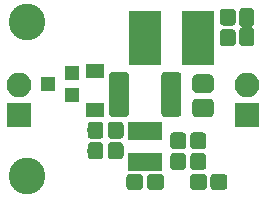
<source format=gts>
G04 #@! TF.GenerationSoftware,KiCad,Pcbnew,(5.1.2)-1*
G04 #@! TF.CreationDate,2019-05-27T15:40:10+12:00*
G04 #@! TF.ProjectId,TinyBEC,54696e79-4245-4432-9e6b-696361645f70,rev?*
G04 #@! TF.SameCoordinates,Original*
G04 #@! TF.FileFunction,Soldermask,Top*
G04 #@! TF.FilePolarity,Negative*
%FSLAX46Y46*%
G04 Gerber Fmt 4.6, Leading zero omitted, Abs format (unit mm)*
G04 Created by KiCad (PCBNEW (5.1.2)-1) date 2019-05-27 15:40:10*
%MOMM*%
%LPD*%
G04 APERTURE LIST*
%ADD10C,3.100000*%
%ADD11C,0.100000*%
%ADD12C,1.350000*%
%ADD13C,1.700000*%
%ADD14R,1.600000X1.300000*%
%ADD15C,1.250000*%
%ADD16R,2.100000X2.100000*%
%ADD17O,2.100000X2.100000*%
%ADD18R,2.800000X4.600000*%
%ADD19R,1.300000X1.200000*%
%ADD20R,1.050000X1.620000*%
%ADD21C,1.550000*%
G04 APERTURE END LIST*
D10*
X113500000Y-110500000D03*
X113500000Y-97500000D03*
D11*
G36*
X126670581Y-106801625D02*
G01*
X126703343Y-106806485D01*
X126735471Y-106814533D01*
X126766656Y-106825691D01*
X126796596Y-106839852D01*
X126825005Y-106856879D01*
X126851608Y-106876609D01*
X126876149Y-106898851D01*
X126898391Y-106923392D01*
X126918121Y-106949995D01*
X126935148Y-106978404D01*
X126949309Y-107008344D01*
X126960467Y-107039529D01*
X126968515Y-107071657D01*
X126973375Y-107104419D01*
X126975000Y-107137500D01*
X126975000Y-107912500D01*
X126973375Y-107945581D01*
X126968515Y-107978343D01*
X126960467Y-108010471D01*
X126949309Y-108041656D01*
X126935148Y-108071596D01*
X126918121Y-108100005D01*
X126898391Y-108126608D01*
X126876149Y-108151149D01*
X126851608Y-108173391D01*
X126825005Y-108193121D01*
X126796596Y-108210148D01*
X126766656Y-108224309D01*
X126735471Y-108235467D01*
X126703343Y-108243515D01*
X126670581Y-108248375D01*
X126637500Y-108250000D01*
X125962500Y-108250000D01*
X125929419Y-108248375D01*
X125896657Y-108243515D01*
X125864529Y-108235467D01*
X125833344Y-108224309D01*
X125803404Y-108210148D01*
X125774995Y-108193121D01*
X125748392Y-108173391D01*
X125723851Y-108151149D01*
X125701609Y-108126608D01*
X125681879Y-108100005D01*
X125664852Y-108071596D01*
X125650691Y-108041656D01*
X125639533Y-108010471D01*
X125631485Y-107978343D01*
X125626625Y-107945581D01*
X125625000Y-107912500D01*
X125625000Y-107137500D01*
X125626625Y-107104419D01*
X125631485Y-107071657D01*
X125639533Y-107039529D01*
X125650691Y-107008344D01*
X125664852Y-106978404D01*
X125681879Y-106949995D01*
X125701609Y-106923392D01*
X125723851Y-106898851D01*
X125748392Y-106876609D01*
X125774995Y-106856879D01*
X125803404Y-106839852D01*
X125833344Y-106825691D01*
X125864529Y-106814533D01*
X125896657Y-106806485D01*
X125929419Y-106801625D01*
X125962500Y-106800000D01*
X126637500Y-106800000D01*
X126670581Y-106801625D01*
X126670581Y-106801625D01*
G37*
D12*
X126300000Y-107525000D03*
D11*
G36*
X126670581Y-108551625D02*
G01*
X126703343Y-108556485D01*
X126735471Y-108564533D01*
X126766656Y-108575691D01*
X126796596Y-108589852D01*
X126825005Y-108606879D01*
X126851608Y-108626609D01*
X126876149Y-108648851D01*
X126898391Y-108673392D01*
X126918121Y-108699995D01*
X126935148Y-108728404D01*
X126949309Y-108758344D01*
X126960467Y-108789529D01*
X126968515Y-108821657D01*
X126973375Y-108854419D01*
X126975000Y-108887500D01*
X126975000Y-109662500D01*
X126973375Y-109695581D01*
X126968515Y-109728343D01*
X126960467Y-109760471D01*
X126949309Y-109791656D01*
X126935148Y-109821596D01*
X126918121Y-109850005D01*
X126898391Y-109876608D01*
X126876149Y-109901149D01*
X126851608Y-109923391D01*
X126825005Y-109943121D01*
X126796596Y-109960148D01*
X126766656Y-109974309D01*
X126735471Y-109985467D01*
X126703343Y-109993515D01*
X126670581Y-109998375D01*
X126637500Y-110000000D01*
X125962500Y-110000000D01*
X125929419Y-109998375D01*
X125896657Y-109993515D01*
X125864529Y-109985467D01*
X125833344Y-109974309D01*
X125803404Y-109960148D01*
X125774995Y-109943121D01*
X125748392Y-109923391D01*
X125723851Y-109901149D01*
X125701609Y-109876608D01*
X125681879Y-109850005D01*
X125664852Y-109821596D01*
X125650691Y-109791656D01*
X125639533Y-109760471D01*
X125631485Y-109728343D01*
X125626625Y-109695581D01*
X125625000Y-109662500D01*
X125625000Y-108887500D01*
X125626625Y-108854419D01*
X125631485Y-108821657D01*
X125639533Y-108789529D01*
X125650691Y-108758344D01*
X125664852Y-108728404D01*
X125681879Y-108699995D01*
X125701609Y-108673392D01*
X125723851Y-108648851D01*
X125748392Y-108626609D01*
X125774995Y-108606879D01*
X125803404Y-108589852D01*
X125833344Y-108575691D01*
X125864529Y-108564533D01*
X125896657Y-108556485D01*
X125929419Y-108551625D01*
X125962500Y-108550000D01*
X126637500Y-108550000D01*
X126670581Y-108551625D01*
X126670581Y-108551625D01*
G37*
D12*
X126300000Y-109275000D03*
D11*
G36*
X121830121Y-101701574D02*
G01*
X121861857Y-101706282D01*
X121892978Y-101714077D01*
X121923185Y-101724886D01*
X121952187Y-101738603D01*
X121979706Y-101755096D01*
X122005475Y-101774208D01*
X122029246Y-101795754D01*
X122050792Y-101819525D01*
X122069904Y-101845294D01*
X122086397Y-101872813D01*
X122100114Y-101901815D01*
X122110923Y-101932022D01*
X122118718Y-101963143D01*
X122123426Y-101994879D01*
X122125000Y-102026923D01*
X122125000Y-105173077D01*
X122123426Y-105205121D01*
X122118718Y-105236857D01*
X122110923Y-105267978D01*
X122100114Y-105298185D01*
X122086397Y-105327187D01*
X122069904Y-105354706D01*
X122050792Y-105380475D01*
X122029246Y-105404246D01*
X122005475Y-105425792D01*
X121979706Y-105444904D01*
X121952187Y-105461397D01*
X121923185Y-105475114D01*
X121892978Y-105485923D01*
X121861857Y-105493718D01*
X121830121Y-105498426D01*
X121798077Y-105500000D01*
X120751923Y-105500000D01*
X120719879Y-105498426D01*
X120688143Y-105493718D01*
X120657022Y-105485923D01*
X120626815Y-105475114D01*
X120597813Y-105461397D01*
X120570294Y-105444904D01*
X120544525Y-105425792D01*
X120520754Y-105404246D01*
X120499208Y-105380475D01*
X120480096Y-105354706D01*
X120463603Y-105327187D01*
X120449886Y-105298185D01*
X120439077Y-105267978D01*
X120431282Y-105236857D01*
X120426574Y-105205121D01*
X120425000Y-105173077D01*
X120425000Y-102026923D01*
X120426574Y-101994879D01*
X120431282Y-101963143D01*
X120439077Y-101932022D01*
X120449886Y-101901815D01*
X120463603Y-101872813D01*
X120480096Y-101845294D01*
X120499208Y-101819525D01*
X120520754Y-101795754D01*
X120544525Y-101774208D01*
X120570294Y-101755096D01*
X120597813Y-101738603D01*
X120626815Y-101724886D01*
X120657022Y-101714077D01*
X120688143Y-101706282D01*
X120719879Y-101701574D01*
X120751923Y-101700000D01*
X121798077Y-101700000D01*
X121830121Y-101701574D01*
X121830121Y-101701574D01*
G37*
D13*
X121275000Y-103600000D03*
D11*
G36*
X126280121Y-101701574D02*
G01*
X126311857Y-101706282D01*
X126342978Y-101714077D01*
X126373185Y-101724886D01*
X126402187Y-101738603D01*
X126429706Y-101755096D01*
X126455475Y-101774208D01*
X126479246Y-101795754D01*
X126500792Y-101819525D01*
X126519904Y-101845294D01*
X126536397Y-101872813D01*
X126550114Y-101901815D01*
X126560923Y-101932022D01*
X126568718Y-101963143D01*
X126573426Y-101994879D01*
X126575000Y-102026923D01*
X126575000Y-105173077D01*
X126573426Y-105205121D01*
X126568718Y-105236857D01*
X126560923Y-105267978D01*
X126550114Y-105298185D01*
X126536397Y-105327187D01*
X126519904Y-105354706D01*
X126500792Y-105380475D01*
X126479246Y-105404246D01*
X126455475Y-105425792D01*
X126429706Y-105444904D01*
X126402187Y-105461397D01*
X126373185Y-105475114D01*
X126342978Y-105485923D01*
X126311857Y-105493718D01*
X126280121Y-105498426D01*
X126248077Y-105500000D01*
X125201923Y-105500000D01*
X125169879Y-105498426D01*
X125138143Y-105493718D01*
X125107022Y-105485923D01*
X125076815Y-105475114D01*
X125047813Y-105461397D01*
X125020294Y-105444904D01*
X124994525Y-105425792D01*
X124970754Y-105404246D01*
X124949208Y-105380475D01*
X124930096Y-105354706D01*
X124913603Y-105327187D01*
X124899886Y-105298185D01*
X124889077Y-105267978D01*
X124881282Y-105236857D01*
X124876574Y-105205121D01*
X124875000Y-105173077D01*
X124875000Y-102026923D01*
X124876574Y-101994879D01*
X124881282Y-101963143D01*
X124889077Y-101932022D01*
X124899886Y-101901815D01*
X124913603Y-101872813D01*
X124930096Y-101845294D01*
X124949208Y-101819525D01*
X124970754Y-101795754D01*
X124994525Y-101774208D01*
X125020294Y-101755096D01*
X125047813Y-101738603D01*
X125076815Y-101724886D01*
X125107022Y-101714077D01*
X125138143Y-101706282D01*
X125169879Y-101701574D01*
X125201923Y-101700000D01*
X126248077Y-101700000D01*
X126280121Y-101701574D01*
X126280121Y-101701574D01*
G37*
D13*
X125725000Y-103600000D03*
D14*
X119300000Y-101650000D03*
X119300000Y-104950000D03*
D11*
G36*
X132443130Y-97901505D02*
G01*
X132473466Y-97906005D01*
X132503214Y-97913456D01*
X132532089Y-97923788D01*
X132559811Y-97936900D01*
X132586116Y-97952666D01*
X132610748Y-97970934D01*
X132633471Y-97991529D01*
X132654066Y-98014252D01*
X132672334Y-98038884D01*
X132688100Y-98065189D01*
X132701212Y-98092911D01*
X132711544Y-98121786D01*
X132718995Y-98151534D01*
X132723495Y-98181870D01*
X132725000Y-98212500D01*
X132725000Y-99212500D01*
X132723495Y-99243130D01*
X132718995Y-99273466D01*
X132711544Y-99303214D01*
X132701212Y-99332089D01*
X132688100Y-99359811D01*
X132672334Y-99386116D01*
X132654066Y-99410748D01*
X132633471Y-99433471D01*
X132610748Y-99454066D01*
X132586116Y-99472334D01*
X132559811Y-99488100D01*
X132532089Y-99501212D01*
X132503214Y-99511544D01*
X132473466Y-99518995D01*
X132443130Y-99523495D01*
X132412500Y-99525000D01*
X131787500Y-99525000D01*
X131756870Y-99523495D01*
X131726534Y-99518995D01*
X131696786Y-99511544D01*
X131667911Y-99501212D01*
X131640189Y-99488100D01*
X131613884Y-99472334D01*
X131589252Y-99454066D01*
X131566529Y-99433471D01*
X131545934Y-99410748D01*
X131527666Y-99386116D01*
X131511900Y-99359811D01*
X131498788Y-99332089D01*
X131488456Y-99303214D01*
X131481005Y-99273466D01*
X131476505Y-99243130D01*
X131475000Y-99212500D01*
X131475000Y-98212500D01*
X131476505Y-98181870D01*
X131481005Y-98151534D01*
X131488456Y-98121786D01*
X131498788Y-98092911D01*
X131511900Y-98065189D01*
X131527666Y-98038884D01*
X131545934Y-98014252D01*
X131566529Y-97991529D01*
X131589252Y-97970934D01*
X131613884Y-97952666D01*
X131640189Y-97936900D01*
X131667911Y-97923788D01*
X131696786Y-97913456D01*
X131726534Y-97906005D01*
X131756870Y-97901505D01*
X131787500Y-97900000D01*
X132412500Y-97900000D01*
X132443130Y-97901505D01*
X132443130Y-97901505D01*
G37*
D15*
X132100000Y-98712500D03*
D11*
G36*
X132443130Y-96276505D02*
G01*
X132473466Y-96281005D01*
X132503214Y-96288456D01*
X132532089Y-96298788D01*
X132559811Y-96311900D01*
X132586116Y-96327666D01*
X132610748Y-96345934D01*
X132633471Y-96366529D01*
X132654066Y-96389252D01*
X132672334Y-96413884D01*
X132688100Y-96440189D01*
X132701212Y-96467911D01*
X132711544Y-96496786D01*
X132718995Y-96526534D01*
X132723495Y-96556870D01*
X132725000Y-96587500D01*
X132725000Y-97587500D01*
X132723495Y-97618130D01*
X132718995Y-97648466D01*
X132711544Y-97678214D01*
X132701212Y-97707089D01*
X132688100Y-97734811D01*
X132672334Y-97761116D01*
X132654066Y-97785748D01*
X132633471Y-97808471D01*
X132610748Y-97829066D01*
X132586116Y-97847334D01*
X132559811Y-97863100D01*
X132532089Y-97876212D01*
X132503214Y-97886544D01*
X132473466Y-97893995D01*
X132443130Y-97898495D01*
X132412500Y-97900000D01*
X131787500Y-97900000D01*
X131756870Y-97898495D01*
X131726534Y-97893995D01*
X131696786Y-97886544D01*
X131667911Y-97876212D01*
X131640189Y-97863100D01*
X131613884Y-97847334D01*
X131589252Y-97829066D01*
X131566529Y-97808471D01*
X131545934Y-97785748D01*
X131527666Y-97761116D01*
X131511900Y-97734811D01*
X131498788Y-97707089D01*
X131488456Y-97678214D01*
X131481005Y-97648466D01*
X131476505Y-97618130D01*
X131475000Y-97587500D01*
X131475000Y-96587500D01*
X131476505Y-96556870D01*
X131481005Y-96526534D01*
X131488456Y-96496786D01*
X131498788Y-96467911D01*
X131511900Y-96440189D01*
X131527666Y-96413884D01*
X131545934Y-96389252D01*
X131566529Y-96366529D01*
X131589252Y-96345934D01*
X131613884Y-96327666D01*
X131640189Y-96311900D01*
X131667911Y-96298788D01*
X131696786Y-96288456D01*
X131726534Y-96281005D01*
X131756870Y-96276505D01*
X131787500Y-96275000D01*
X132412500Y-96275000D01*
X132443130Y-96276505D01*
X132443130Y-96276505D01*
G37*
D15*
X132100000Y-97087500D03*
D16*
X112800000Y-105300000D03*
D17*
X112800000Y-102760000D03*
X132100000Y-102760000D03*
D16*
X132100000Y-105300000D03*
D18*
X123450000Y-98800000D03*
X127950000Y-98800000D03*
D19*
X117300000Y-103650000D03*
X117300000Y-101750000D03*
X115300000Y-102700000D03*
D11*
G36*
X121370581Y-105901625D02*
G01*
X121403343Y-105906485D01*
X121435471Y-105914533D01*
X121466656Y-105925691D01*
X121496596Y-105939852D01*
X121525005Y-105956879D01*
X121551608Y-105976609D01*
X121576149Y-105998851D01*
X121598391Y-106023392D01*
X121618121Y-106049995D01*
X121635148Y-106078404D01*
X121649309Y-106108344D01*
X121660467Y-106139529D01*
X121668515Y-106171657D01*
X121673375Y-106204419D01*
X121675000Y-106237500D01*
X121675000Y-107012500D01*
X121673375Y-107045581D01*
X121668515Y-107078343D01*
X121660467Y-107110471D01*
X121649309Y-107141656D01*
X121635148Y-107171596D01*
X121618121Y-107200005D01*
X121598391Y-107226608D01*
X121576149Y-107251149D01*
X121551608Y-107273391D01*
X121525005Y-107293121D01*
X121496596Y-107310148D01*
X121466656Y-107324309D01*
X121435471Y-107335467D01*
X121403343Y-107343515D01*
X121370581Y-107348375D01*
X121337500Y-107350000D01*
X120662500Y-107350000D01*
X120629419Y-107348375D01*
X120596657Y-107343515D01*
X120564529Y-107335467D01*
X120533344Y-107324309D01*
X120503404Y-107310148D01*
X120474995Y-107293121D01*
X120448392Y-107273391D01*
X120423851Y-107251149D01*
X120401609Y-107226608D01*
X120381879Y-107200005D01*
X120364852Y-107171596D01*
X120350691Y-107141656D01*
X120339533Y-107110471D01*
X120331485Y-107078343D01*
X120326625Y-107045581D01*
X120325000Y-107012500D01*
X120325000Y-106237500D01*
X120326625Y-106204419D01*
X120331485Y-106171657D01*
X120339533Y-106139529D01*
X120350691Y-106108344D01*
X120364852Y-106078404D01*
X120381879Y-106049995D01*
X120401609Y-106023392D01*
X120423851Y-105998851D01*
X120448392Y-105976609D01*
X120474995Y-105956879D01*
X120503404Y-105939852D01*
X120533344Y-105925691D01*
X120564529Y-105914533D01*
X120596657Y-105906485D01*
X120629419Y-105901625D01*
X120662500Y-105900000D01*
X121337500Y-105900000D01*
X121370581Y-105901625D01*
X121370581Y-105901625D01*
G37*
D12*
X121000000Y-106625000D03*
D11*
G36*
X121370581Y-107651625D02*
G01*
X121403343Y-107656485D01*
X121435471Y-107664533D01*
X121466656Y-107675691D01*
X121496596Y-107689852D01*
X121525005Y-107706879D01*
X121551608Y-107726609D01*
X121576149Y-107748851D01*
X121598391Y-107773392D01*
X121618121Y-107799995D01*
X121635148Y-107828404D01*
X121649309Y-107858344D01*
X121660467Y-107889529D01*
X121668515Y-107921657D01*
X121673375Y-107954419D01*
X121675000Y-107987500D01*
X121675000Y-108762500D01*
X121673375Y-108795581D01*
X121668515Y-108828343D01*
X121660467Y-108860471D01*
X121649309Y-108891656D01*
X121635148Y-108921596D01*
X121618121Y-108950005D01*
X121598391Y-108976608D01*
X121576149Y-109001149D01*
X121551608Y-109023391D01*
X121525005Y-109043121D01*
X121496596Y-109060148D01*
X121466656Y-109074309D01*
X121435471Y-109085467D01*
X121403343Y-109093515D01*
X121370581Y-109098375D01*
X121337500Y-109100000D01*
X120662500Y-109100000D01*
X120629419Y-109098375D01*
X120596657Y-109093515D01*
X120564529Y-109085467D01*
X120533344Y-109074309D01*
X120503404Y-109060148D01*
X120474995Y-109043121D01*
X120448392Y-109023391D01*
X120423851Y-109001149D01*
X120401609Y-108976608D01*
X120381879Y-108950005D01*
X120364852Y-108921596D01*
X120350691Y-108891656D01*
X120339533Y-108860471D01*
X120331485Y-108828343D01*
X120326625Y-108795581D01*
X120325000Y-108762500D01*
X120325000Y-107987500D01*
X120326625Y-107954419D01*
X120331485Y-107921657D01*
X120339533Y-107889529D01*
X120350691Y-107858344D01*
X120364852Y-107828404D01*
X120381879Y-107799995D01*
X120401609Y-107773392D01*
X120423851Y-107748851D01*
X120448392Y-107726609D01*
X120474995Y-107706879D01*
X120503404Y-107689852D01*
X120533344Y-107675691D01*
X120564529Y-107664533D01*
X120596657Y-107656485D01*
X120629419Y-107651625D01*
X120662500Y-107650000D01*
X121337500Y-107650000D01*
X121370581Y-107651625D01*
X121370581Y-107651625D01*
G37*
D12*
X121000000Y-108375000D03*
D11*
G36*
X123045581Y-110326625D02*
G01*
X123078343Y-110331485D01*
X123110471Y-110339533D01*
X123141656Y-110350691D01*
X123171596Y-110364852D01*
X123200005Y-110381879D01*
X123226608Y-110401609D01*
X123251149Y-110423851D01*
X123273391Y-110448392D01*
X123293121Y-110474995D01*
X123310148Y-110503404D01*
X123324309Y-110533344D01*
X123335467Y-110564529D01*
X123343515Y-110596657D01*
X123348375Y-110629419D01*
X123350000Y-110662500D01*
X123350000Y-111337500D01*
X123348375Y-111370581D01*
X123343515Y-111403343D01*
X123335467Y-111435471D01*
X123324309Y-111466656D01*
X123310148Y-111496596D01*
X123293121Y-111525005D01*
X123273391Y-111551608D01*
X123251149Y-111576149D01*
X123226608Y-111598391D01*
X123200005Y-111618121D01*
X123171596Y-111635148D01*
X123141656Y-111649309D01*
X123110471Y-111660467D01*
X123078343Y-111668515D01*
X123045581Y-111673375D01*
X123012500Y-111675000D01*
X122237500Y-111675000D01*
X122204419Y-111673375D01*
X122171657Y-111668515D01*
X122139529Y-111660467D01*
X122108344Y-111649309D01*
X122078404Y-111635148D01*
X122049995Y-111618121D01*
X122023392Y-111598391D01*
X121998851Y-111576149D01*
X121976609Y-111551608D01*
X121956879Y-111525005D01*
X121939852Y-111496596D01*
X121925691Y-111466656D01*
X121914533Y-111435471D01*
X121906485Y-111403343D01*
X121901625Y-111370581D01*
X121900000Y-111337500D01*
X121900000Y-110662500D01*
X121901625Y-110629419D01*
X121906485Y-110596657D01*
X121914533Y-110564529D01*
X121925691Y-110533344D01*
X121939852Y-110503404D01*
X121956879Y-110474995D01*
X121976609Y-110448392D01*
X121998851Y-110423851D01*
X122023392Y-110401609D01*
X122049995Y-110381879D01*
X122078404Y-110364852D01*
X122108344Y-110350691D01*
X122139529Y-110339533D01*
X122171657Y-110331485D01*
X122204419Y-110326625D01*
X122237500Y-110325000D01*
X123012500Y-110325000D01*
X123045581Y-110326625D01*
X123045581Y-110326625D01*
G37*
D12*
X122625000Y-111000000D03*
D11*
G36*
X124795581Y-110326625D02*
G01*
X124828343Y-110331485D01*
X124860471Y-110339533D01*
X124891656Y-110350691D01*
X124921596Y-110364852D01*
X124950005Y-110381879D01*
X124976608Y-110401609D01*
X125001149Y-110423851D01*
X125023391Y-110448392D01*
X125043121Y-110474995D01*
X125060148Y-110503404D01*
X125074309Y-110533344D01*
X125085467Y-110564529D01*
X125093515Y-110596657D01*
X125098375Y-110629419D01*
X125100000Y-110662500D01*
X125100000Y-111337500D01*
X125098375Y-111370581D01*
X125093515Y-111403343D01*
X125085467Y-111435471D01*
X125074309Y-111466656D01*
X125060148Y-111496596D01*
X125043121Y-111525005D01*
X125023391Y-111551608D01*
X125001149Y-111576149D01*
X124976608Y-111598391D01*
X124950005Y-111618121D01*
X124921596Y-111635148D01*
X124891656Y-111649309D01*
X124860471Y-111660467D01*
X124828343Y-111668515D01*
X124795581Y-111673375D01*
X124762500Y-111675000D01*
X123987500Y-111675000D01*
X123954419Y-111673375D01*
X123921657Y-111668515D01*
X123889529Y-111660467D01*
X123858344Y-111649309D01*
X123828404Y-111635148D01*
X123799995Y-111618121D01*
X123773392Y-111598391D01*
X123748851Y-111576149D01*
X123726609Y-111551608D01*
X123706879Y-111525005D01*
X123689852Y-111496596D01*
X123675691Y-111466656D01*
X123664533Y-111435471D01*
X123656485Y-111403343D01*
X123651625Y-111370581D01*
X123650000Y-111337500D01*
X123650000Y-110662500D01*
X123651625Y-110629419D01*
X123656485Y-110596657D01*
X123664533Y-110564529D01*
X123675691Y-110533344D01*
X123689852Y-110503404D01*
X123706879Y-110474995D01*
X123726609Y-110448392D01*
X123748851Y-110423851D01*
X123773392Y-110401609D01*
X123799995Y-110381879D01*
X123828404Y-110364852D01*
X123858344Y-110350691D01*
X123889529Y-110339533D01*
X123921657Y-110331485D01*
X123954419Y-110326625D01*
X123987500Y-110325000D01*
X124762500Y-110325000D01*
X124795581Y-110326625D01*
X124795581Y-110326625D01*
G37*
D12*
X124375000Y-111000000D03*
D11*
G36*
X128370581Y-106801625D02*
G01*
X128403343Y-106806485D01*
X128435471Y-106814533D01*
X128466656Y-106825691D01*
X128496596Y-106839852D01*
X128525005Y-106856879D01*
X128551608Y-106876609D01*
X128576149Y-106898851D01*
X128598391Y-106923392D01*
X128618121Y-106949995D01*
X128635148Y-106978404D01*
X128649309Y-107008344D01*
X128660467Y-107039529D01*
X128668515Y-107071657D01*
X128673375Y-107104419D01*
X128675000Y-107137500D01*
X128675000Y-107912500D01*
X128673375Y-107945581D01*
X128668515Y-107978343D01*
X128660467Y-108010471D01*
X128649309Y-108041656D01*
X128635148Y-108071596D01*
X128618121Y-108100005D01*
X128598391Y-108126608D01*
X128576149Y-108151149D01*
X128551608Y-108173391D01*
X128525005Y-108193121D01*
X128496596Y-108210148D01*
X128466656Y-108224309D01*
X128435471Y-108235467D01*
X128403343Y-108243515D01*
X128370581Y-108248375D01*
X128337500Y-108250000D01*
X127662500Y-108250000D01*
X127629419Y-108248375D01*
X127596657Y-108243515D01*
X127564529Y-108235467D01*
X127533344Y-108224309D01*
X127503404Y-108210148D01*
X127474995Y-108193121D01*
X127448392Y-108173391D01*
X127423851Y-108151149D01*
X127401609Y-108126608D01*
X127381879Y-108100005D01*
X127364852Y-108071596D01*
X127350691Y-108041656D01*
X127339533Y-108010471D01*
X127331485Y-107978343D01*
X127326625Y-107945581D01*
X127325000Y-107912500D01*
X127325000Y-107137500D01*
X127326625Y-107104419D01*
X127331485Y-107071657D01*
X127339533Y-107039529D01*
X127350691Y-107008344D01*
X127364852Y-106978404D01*
X127381879Y-106949995D01*
X127401609Y-106923392D01*
X127423851Y-106898851D01*
X127448392Y-106876609D01*
X127474995Y-106856879D01*
X127503404Y-106839852D01*
X127533344Y-106825691D01*
X127564529Y-106814533D01*
X127596657Y-106806485D01*
X127629419Y-106801625D01*
X127662500Y-106800000D01*
X128337500Y-106800000D01*
X128370581Y-106801625D01*
X128370581Y-106801625D01*
G37*
D12*
X128000000Y-107525000D03*
D11*
G36*
X128370581Y-108551625D02*
G01*
X128403343Y-108556485D01*
X128435471Y-108564533D01*
X128466656Y-108575691D01*
X128496596Y-108589852D01*
X128525005Y-108606879D01*
X128551608Y-108626609D01*
X128576149Y-108648851D01*
X128598391Y-108673392D01*
X128618121Y-108699995D01*
X128635148Y-108728404D01*
X128649309Y-108758344D01*
X128660467Y-108789529D01*
X128668515Y-108821657D01*
X128673375Y-108854419D01*
X128675000Y-108887500D01*
X128675000Y-109662500D01*
X128673375Y-109695581D01*
X128668515Y-109728343D01*
X128660467Y-109760471D01*
X128649309Y-109791656D01*
X128635148Y-109821596D01*
X128618121Y-109850005D01*
X128598391Y-109876608D01*
X128576149Y-109901149D01*
X128551608Y-109923391D01*
X128525005Y-109943121D01*
X128496596Y-109960148D01*
X128466656Y-109974309D01*
X128435471Y-109985467D01*
X128403343Y-109993515D01*
X128370581Y-109998375D01*
X128337500Y-110000000D01*
X127662500Y-110000000D01*
X127629419Y-109998375D01*
X127596657Y-109993515D01*
X127564529Y-109985467D01*
X127533344Y-109974309D01*
X127503404Y-109960148D01*
X127474995Y-109943121D01*
X127448392Y-109923391D01*
X127423851Y-109901149D01*
X127401609Y-109876608D01*
X127381879Y-109850005D01*
X127364852Y-109821596D01*
X127350691Y-109791656D01*
X127339533Y-109760471D01*
X127331485Y-109728343D01*
X127326625Y-109695581D01*
X127325000Y-109662500D01*
X127325000Y-108887500D01*
X127326625Y-108854419D01*
X127331485Y-108821657D01*
X127339533Y-108789529D01*
X127350691Y-108758344D01*
X127364852Y-108728404D01*
X127381879Y-108699995D01*
X127401609Y-108673392D01*
X127423851Y-108648851D01*
X127448392Y-108626609D01*
X127474995Y-108606879D01*
X127503404Y-108589852D01*
X127533344Y-108575691D01*
X127564529Y-108564533D01*
X127596657Y-108556485D01*
X127629419Y-108551625D01*
X127662500Y-108550000D01*
X128337500Y-108550000D01*
X128370581Y-108551625D01*
X128370581Y-108551625D01*
G37*
D12*
X128000000Y-109275000D03*
D11*
G36*
X130870581Y-96326625D02*
G01*
X130903343Y-96331485D01*
X130935471Y-96339533D01*
X130966656Y-96350691D01*
X130996596Y-96364852D01*
X131025005Y-96381879D01*
X131051608Y-96401609D01*
X131076149Y-96423851D01*
X131098391Y-96448392D01*
X131118121Y-96474995D01*
X131135148Y-96503404D01*
X131149309Y-96533344D01*
X131160467Y-96564529D01*
X131168515Y-96596657D01*
X131173375Y-96629419D01*
X131175000Y-96662500D01*
X131175000Y-97437500D01*
X131173375Y-97470581D01*
X131168515Y-97503343D01*
X131160467Y-97535471D01*
X131149309Y-97566656D01*
X131135148Y-97596596D01*
X131118121Y-97625005D01*
X131098391Y-97651608D01*
X131076149Y-97676149D01*
X131051608Y-97698391D01*
X131025005Y-97718121D01*
X130996596Y-97735148D01*
X130966656Y-97749309D01*
X130935471Y-97760467D01*
X130903343Y-97768515D01*
X130870581Y-97773375D01*
X130837500Y-97775000D01*
X130162500Y-97775000D01*
X130129419Y-97773375D01*
X130096657Y-97768515D01*
X130064529Y-97760467D01*
X130033344Y-97749309D01*
X130003404Y-97735148D01*
X129974995Y-97718121D01*
X129948392Y-97698391D01*
X129923851Y-97676149D01*
X129901609Y-97651608D01*
X129881879Y-97625005D01*
X129864852Y-97596596D01*
X129850691Y-97566656D01*
X129839533Y-97535471D01*
X129831485Y-97503343D01*
X129826625Y-97470581D01*
X129825000Y-97437500D01*
X129825000Y-96662500D01*
X129826625Y-96629419D01*
X129831485Y-96596657D01*
X129839533Y-96564529D01*
X129850691Y-96533344D01*
X129864852Y-96503404D01*
X129881879Y-96474995D01*
X129901609Y-96448392D01*
X129923851Y-96423851D01*
X129948392Y-96401609D01*
X129974995Y-96381879D01*
X130003404Y-96364852D01*
X130033344Y-96350691D01*
X130064529Y-96339533D01*
X130096657Y-96331485D01*
X130129419Y-96326625D01*
X130162500Y-96325000D01*
X130837500Y-96325000D01*
X130870581Y-96326625D01*
X130870581Y-96326625D01*
G37*
D12*
X130500000Y-97050000D03*
D11*
G36*
X130870581Y-98076625D02*
G01*
X130903343Y-98081485D01*
X130935471Y-98089533D01*
X130966656Y-98100691D01*
X130996596Y-98114852D01*
X131025005Y-98131879D01*
X131051608Y-98151609D01*
X131076149Y-98173851D01*
X131098391Y-98198392D01*
X131118121Y-98224995D01*
X131135148Y-98253404D01*
X131149309Y-98283344D01*
X131160467Y-98314529D01*
X131168515Y-98346657D01*
X131173375Y-98379419D01*
X131175000Y-98412500D01*
X131175000Y-99187500D01*
X131173375Y-99220581D01*
X131168515Y-99253343D01*
X131160467Y-99285471D01*
X131149309Y-99316656D01*
X131135148Y-99346596D01*
X131118121Y-99375005D01*
X131098391Y-99401608D01*
X131076149Y-99426149D01*
X131051608Y-99448391D01*
X131025005Y-99468121D01*
X130996596Y-99485148D01*
X130966656Y-99499309D01*
X130935471Y-99510467D01*
X130903343Y-99518515D01*
X130870581Y-99523375D01*
X130837500Y-99525000D01*
X130162500Y-99525000D01*
X130129419Y-99523375D01*
X130096657Y-99518515D01*
X130064529Y-99510467D01*
X130033344Y-99499309D01*
X130003404Y-99485148D01*
X129974995Y-99468121D01*
X129948392Y-99448391D01*
X129923851Y-99426149D01*
X129901609Y-99401608D01*
X129881879Y-99375005D01*
X129864852Y-99346596D01*
X129850691Y-99316656D01*
X129839533Y-99285471D01*
X129831485Y-99253343D01*
X129826625Y-99220581D01*
X129825000Y-99187500D01*
X129825000Y-98412500D01*
X129826625Y-98379419D01*
X129831485Y-98346657D01*
X129839533Y-98314529D01*
X129850691Y-98283344D01*
X129864852Y-98253404D01*
X129881879Y-98224995D01*
X129901609Y-98198392D01*
X129923851Y-98173851D01*
X129948392Y-98151609D01*
X129974995Y-98131879D01*
X130003404Y-98114852D01*
X130033344Y-98100691D01*
X130064529Y-98089533D01*
X130096657Y-98081485D01*
X130129419Y-98076625D01*
X130162500Y-98075000D01*
X130837500Y-98075000D01*
X130870581Y-98076625D01*
X130870581Y-98076625D01*
G37*
D12*
X130500000Y-98800000D03*
D11*
G36*
X128420581Y-110326625D02*
G01*
X128453343Y-110331485D01*
X128485471Y-110339533D01*
X128516656Y-110350691D01*
X128546596Y-110364852D01*
X128575005Y-110381879D01*
X128601608Y-110401609D01*
X128626149Y-110423851D01*
X128648391Y-110448392D01*
X128668121Y-110474995D01*
X128685148Y-110503404D01*
X128699309Y-110533344D01*
X128710467Y-110564529D01*
X128718515Y-110596657D01*
X128723375Y-110629419D01*
X128725000Y-110662500D01*
X128725000Y-111337500D01*
X128723375Y-111370581D01*
X128718515Y-111403343D01*
X128710467Y-111435471D01*
X128699309Y-111466656D01*
X128685148Y-111496596D01*
X128668121Y-111525005D01*
X128648391Y-111551608D01*
X128626149Y-111576149D01*
X128601608Y-111598391D01*
X128575005Y-111618121D01*
X128546596Y-111635148D01*
X128516656Y-111649309D01*
X128485471Y-111660467D01*
X128453343Y-111668515D01*
X128420581Y-111673375D01*
X128387500Y-111675000D01*
X127612500Y-111675000D01*
X127579419Y-111673375D01*
X127546657Y-111668515D01*
X127514529Y-111660467D01*
X127483344Y-111649309D01*
X127453404Y-111635148D01*
X127424995Y-111618121D01*
X127398392Y-111598391D01*
X127373851Y-111576149D01*
X127351609Y-111551608D01*
X127331879Y-111525005D01*
X127314852Y-111496596D01*
X127300691Y-111466656D01*
X127289533Y-111435471D01*
X127281485Y-111403343D01*
X127276625Y-111370581D01*
X127275000Y-111337500D01*
X127275000Y-110662500D01*
X127276625Y-110629419D01*
X127281485Y-110596657D01*
X127289533Y-110564529D01*
X127300691Y-110533344D01*
X127314852Y-110503404D01*
X127331879Y-110474995D01*
X127351609Y-110448392D01*
X127373851Y-110423851D01*
X127398392Y-110401609D01*
X127424995Y-110381879D01*
X127453404Y-110364852D01*
X127483344Y-110350691D01*
X127514529Y-110339533D01*
X127546657Y-110331485D01*
X127579419Y-110326625D01*
X127612500Y-110325000D01*
X128387500Y-110325000D01*
X128420581Y-110326625D01*
X128420581Y-110326625D01*
G37*
D12*
X128000000Y-111000000D03*
D11*
G36*
X130170581Y-110326625D02*
G01*
X130203343Y-110331485D01*
X130235471Y-110339533D01*
X130266656Y-110350691D01*
X130296596Y-110364852D01*
X130325005Y-110381879D01*
X130351608Y-110401609D01*
X130376149Y-110423851D01*
X130398391Y-110448392D01*
X130418121Y-110474995D01*
X130435148Y-110503404D01*
X130449309Y-110533344D01*
X130460467Y-110564529D01*
X130468515Y-110596657D01*
X130473375Y-110629419D01*
X130475000Y-110662500D01*
X130475000Y-111337500D01*
X130473375Y-111370581D01*
X130468515Y-111403343D01*
X130460467Y-111435471D01*
X130449309Y-111466656D01*
X130435148Y-111496596D01*
X130418121Y-111525005D01*
X130398391Y-111551608D01*
X130376149Y-111576149D01*
X130351608Y-111598391D01*
X130325005Y-111618121D01*
X130296596Y-111635148D01*
X130266656Y-111649309D01*
X130235471Y-111660467D01*
X130203343Y-111668515D01*
X130170581Y-111673375D01*
X130137500Y-111675000D01*
X129362500Y-111675000D01*
X129329419Y-111673375D01*
X129296657Y-111668515D01*
X129264529Y-111660467D01*
X129233344Y-111649309D01*
X129203404Y-111635148D01*
X129174995Y-111618121D01*
X129148392Y-111598391D01*
X129123851Y-111576149D01*
X129101609Y-111551608D01*
X129081879Y-111525005D01*
X129064852Y-111496596D01*
X129050691Y-111466656D01*
X129039533Y-111435471D01*
X129031485Y-111403343D01*
X129026625Y-111370581D01*
X129025000Y-111337500D01*
X129025000Y-110662500D01*
X129026625Y-110629419D01*
X129031485Y-110596657D01*
X129039533Y-110564529D01*
X129050691Y-110533344D01*
X129064852Y-110503404D01*
X129081879Y-110474995D01*
X129101609Y-110448392D01*
X129123851Y-110423851D01*
X129148392Y-110401609D01*
X129174995Y-110381879D01*
X129203404Y-110364852D01*
X129233344Y-110350691D01*
X129264529Y-110339533D01*
X129296657Y-110331485D01*
X129329419Y-110326625D01*
X129362500Y-110325000D01*
X130137500Y-110325000D01*
X130170581Y-110326625D01*
X130170581Y-110326625D01*
G37*
D12*
X129750000Y-111000000D03*
D11*
G36*
X119670581Y-105901625D02*
G01*
X119703343Y-105906485D01*
X119735471Y-105914533D01*
X119766656Y-105925691D01*
X119796596Y-105939852D01*
X119825005Y-105956879D01*
X119851608Y-105976609D01*
X119876149Y-105998851D01*
X119898391Y-106023392D01*
X119918121Y-106049995D01*
X119935148Y-106078404D01*
X119949309Y-106108344D01*
X119960467Y-106139529D01*
X119968515Y-106171657D01*
X119973375Y-106204419D01*
X119975000Y-106237500D01*
X119975000Y-107012500D01*
X119973375Y-107045581D01*
X119968515Y-107078343D01*
X119960467Y-107110471D01*
X119949309Y-107141656D01*
X119935148Y-107171596D01*
X119918121Y-107200005D01*
X119898391Y-107226608D01*
X119876149Y-107251149D01*
X119851608Y-107273391D01*
X119825005Y-107293121D01*
X119796596Y-107310148D01*
X119766656Y-107324309D01*
X119735471Y-107335467D01*
X119703343Y-107343515D01*
X119670581Y-107348375D01*
X119637500Y-107350000D01*
X118962500Y-107350000D01*
X118929419Y-107348375D01*
X118896657Y-107343515D01*
X118864529Y-107335467D01*
X118833344Y-107324309D01*
X118803404Y-107310148D01*
X118774995Y-107293121D01*
X118748392Y-107273391D01*
X118723851Y-107251149D01*
X118701609Y-107226608D01*
X118681879Y-107200005D01*
X118664852Y-107171596D01*
X118650691Y-107141656D01*
X118639533Y-107110471D01*
X118631485Y-107078343D01*
X118626625Y-107045581D01*
X118625000Y-107012500D01*
X118625000Y-106237500D01*
X118626625Y-106204419D01*
X118631485Y-106171657D01*
X118639533Y-106139529D01*
X118650691Y-106108344D01*
X118664852Y-106078404D01*
X118681879Y-106049995D01*
X118701609Y-106023392D01*
X118723851Y-105998851D01*
X118748392Y-105976609D01*
X118774995Y-105956879D01*
X118803404Y-105939852D01*
X118833344Y-105925691D01*
X118864529Y-105914533D01*
X118896657Y-105906485D01*
X118929419Y-105901625D01*
X118962500Y-105900000D01*
X119637500Y-105900000D01*
X119670581Y-105901625D01*
X119670581Y-105901625D01*
G37*
D12*
X119300000Y-106625000D03*
D11*
G36*
X119670581Y-107651625D02*
G01*
X119703343Y-107656485D01*
X119735471Y-107664533D01*
X119766656Y-107675691D01*
X119796596Y-107689852D01*
X119825005Y-107706879D01*
X119851608Y-107726609D01*
X119876149Y-107748851D01*
X119898391Y-107773392D01*
X119918121Y-107799995D01*
X119935148Y-107828404D01*
X119949309Y-107858344D01*
X119960467Y-107889529D01*
X119968515Y-107921657D01*
X119973375Y-107954419D01*
X119975000Y-107987500D01*
X119975000Y-108762500D01*
X119973375Y-108795581D01*
X119968515Y-108828343D01*
X119960467Y-108860471D01*
X119949309Y-108891656D01*
X119935148Y-108921596D01*
X119918121Y-108950005D01*
X119898391Y-108976608D01*
X119876149Y-109001149D01*
X119851608Y-109023391D01*
X119825005Y-109043121D01*
X119796596Y-109060148D01*
X119766656Y-109074309D01*
X119735471Y-109085467D01*
X119703343Y-109093515D01*
X119670581Y-109098375D01*
X119637500Y-109100000D01*
X118962500Y-109100000D01*
X118929419Y-109098375D01*
X118896657Y-109093515D01*
X118864529Y-109085467D01*
X118833344Y-109074309D01*
X118803404Y-109060148D01*
X118774995Y-109043121D01*
X118748392Y-109023391D01*
X118723851Y-109001149D01*
X118701609Y-108976608D01*
X118681879Y-108950005D01*
X118664852Y-108921596D01*
X118650691Y-108891656D01*
X118639533Y-108860471D01*
X118631485Y-108828343D01*
X118626625Y-108795581D01*
X118625000Y-108762500D01*
X118625000Y-107987500D01*
X118626625Y-107954419D01*
X118631485Y-107921657D01*
X118639533Y-107889529D01*
X118650691Y-107858344D01*
X118664852Y-107828404D01*
X118681879Y-107799995D01*
X118701609Y-107773392D01*
X118723851Y-107748851D01*
X118748392Y-107726609D01*
X118774995Y-107706879D01*
X118803404Y-107689852D01*
X118833344Y-107675691D01*
X118864529Y-107664533D01*
X118896657Y-107656485D01*
X118929419Y-107651625D01*
X118962500Y-107650000D01*
X119637500Y-107650000D01*
X119670581Y-107651625D01*
X119670581Y-107651625D01*
G37*
D12*
X119300000Y-108375000D03*
D20*
X124450000Y-106690000D03*
X123500000Y-106690000D03*
X122550000Y-106690000D03*
X122550000Y-109310000D03*
X123500000Y-109310000D03*
X124450000Y-109310000D03*
D11*
G36*
X128996071Y-101901623D02*
G01*
X129028781Y-101906475D01*
X129060857Y-101914509D01*
X129091991Y-101925649D01*
X129121884Y-101939787D01*
X129150247Y-101956787D01*
X129176807Y-101976485D01*
X129201308Y-101998692D01*
X129223515Y-102023193D01*
X129243213Y-102049753D01*
X129260213Y-102078116D01*
X129274351Y-102108009D01*
X129285491Y-102139143D01*
X129293525Y-102171219D01*
X129298377Y-102203929D01*
X129300000Y-102236956D01*
X129300000Y-103113044D01*
X129298377Y-103146071D01*
X129293525Y-103178781D01*
X129285491Y-103210857D01*
X129274351Y-103241991D01*
X129260213Y-103271884D01*
X129243213Y-103300247D01*
X129223515Y-103326807D01*
X129201308Y-103351308D01*
X129176807Y-103373515D01*
X129150247Y-103393213D01*
X129121884Y-103410213D01*
X129091991Y-103424351D01*
X129060857Y-103435491D01*
X129028781Y-103443525D01*
X128996071Y-103448377D01*
X128963044Y-103450000D01*
X127836956Y-103450000D01*
X127803929Y-103448377D01*
X127771219Y-103443525D01*
X127739143Y-103435491D01*
X127708009Y-103424351D01*
X127678116Y-103410213D01*
X127649753Y-103393213D01*
X127623193Y-103373515D01*
X127598692Y-103351308D01*
X127576485Y-103326807D01*
X127556787Y-103300247D01*
X127539787Y-103271884D01*
X127525649Y-103241991D01*
X127514509Y-103210857D01*
X127506475Y-103178781D01*
X127501623Y-103146071D01*
X127500000Y-103113044D01*
X127500000Y-102236956D01*
X127501623Y-102203929D01*
X127506475Y-102171219D01*
X127514509Y-102139143D01*
X127525649Y-102108009D01*
X127539787Y-102078116D01*
X127556787Y-102049753D01*
X127576485Y-102023193D01*
X127598692Y-101998692D01*
X127623193Y-101976485D01*
X127649753Y-101956787D01*
X127678116Y-101939787D01*
X127708009Y-101925649D01*
X127739143Y-101914509D01*
X127771219Y-101906475D01*
X127803929Y-101901623D01*
X127836956Y-101900000D01*
X128963044Y-101900000D01*
X128996071Y-101901623D01*
X128996071Y-101901623D01*
G37*
D21*
X128400000Y-102675000D03*
D11*
G36*
X128996071Y-103951623D02*
G01*
X129028781Y-103956475D01*
X129060857Y-103964509D01*
X129091991Y-103975649D01*
X129121884Y-103989787D01*
X129150247Y-104006787D01*
X129176807Y-104026485D01*
X129201308Y-104048692D01*
X129223515Y-104073193D01*
X129243213Y-104099753D01*
X129260213Y-104128116D01*
X129274351Y-104158009D01*
X129285491Y-104189143D01*
X129293525Y-104221219D01*
X129298377Y-104253929D01*
X129300000Y-104286956D01*
X129300000Y-105163044D01*
X129298377Y-105196071D01*
X129293525Y-105228781D01*
X129285491Y-105260857D01*
X129274351Y-105291991D01*
X129260213Y-105321884D01*
X129243213Y-105350247D01*
X129223515Y-105376807D01*
X129201308Y-105401308D01*
X129176807Y-105423515D01*
X129150247Y-105443213D01*
X129121884Y-105460213D01*
X129091991Y-105474351D01*
X129060857Y-105485491D01*
X129028781Y-105493525D01*
X128996071Y-105498377D01*
X128963044Y-105500000D01*
X127836956Y-105500000D01*
X127803929Y-105498377D01*
X127771219Y-105493525D01*
X127739143Y-105485491D01*
X127708009Y-105474351D01*
X127678116Y-105460213D01*
X127649753Y-105443213D01*
X127623193Y-105423515D01*
X127598692Y-105401308D01*
X127576485Y-105376807D01*
X127556787Y-105350247D01*
X127539787Y-105321884D01*
X127525649Y-105291991D01*
X127514509Y-105260857D01*
X127506475Y-105228781D01*
X127501623Y-105196071D01*
X127500000Y-105163044D01*
X127500000Y-104286956D01*
X127501623Y-104253929D01*
X127506475Y-104221219D01*
X127514509Y-104189143D01*
X127525649Y-104158009D01*
X127539787Y-104128116D01*
X127556787Y-104099753D01*
X127576485Y-104073193D01*
X127598692Y-104048692D01*
X127623193Y-104026485D01*
X127649753Y-104006787D01*
X127678116Y-103989787D01*
X127708009Y-103975649D01*
X127739143Y-103964509D01*
X127771219Y-103956475D01*
X127803929Y-103951623D01*
X127836956Y-103950000D01*
X128963044Y-103950000D01*
X128996071Y-103951623D01*
X128996071Y-103951623D01*
G37*
D21*
X128400000Y-104725000D03*
M02*

</source>
